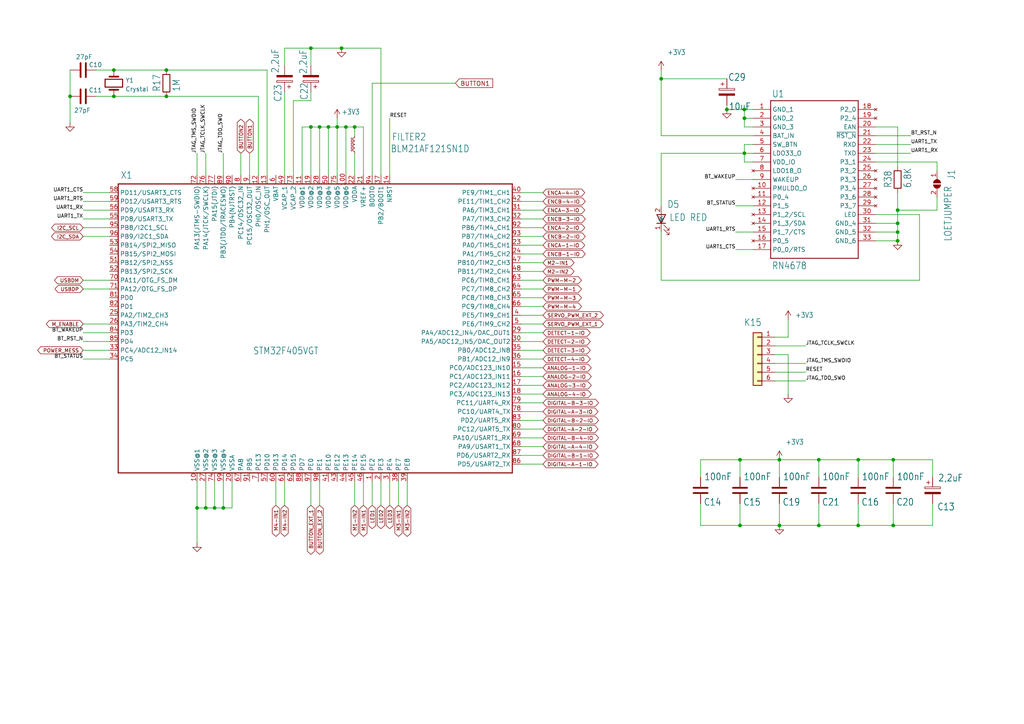
<source format=kicad_sch>
(kicad_sch (version 20211123) (generator eeschema)
  (paper "A4")
  (title_block (title "Open Robotic Board (ORB)") (date "2023-11-10") (rev "01.00-99") (company "Thomas Breuer (Hochschule Bonn-Rhein-Sieg)"))
  (lib_symbols
    (symbol "C_Polarized_1" (pin_numbers hide) (pin_names (offset 0.254))
      (property "Reference" "C" (at 0.635 2.54 0))
      (property "Value" "C_Polarized_1" (at 0.635 -2.54 0))
      (symbol "C_Polarized_1_0_1"
        (rectangle (start -2.286 0.508) (end 2.286 1.016))
        (polyline (pts (xy -1.778 2.286) (xy -0.762 2.286)))
        (polyline (pts (xy -1.27 2.794) (xy -1.27 1.778)))
        (rectangle (start 2.286 -0.508) (end -2.286 -1.016) (fill (type outline)))
      )
      (symbol "C_Polarized_1_1_1"
        (pin passive line (at 0 3.81 270) (length 2.794) (name "~") (number "1"))
        (pin passive line (at 0 -3.81 90) (length 2.794) (name "~") (number "2"))
      )
    )
    (symbol "Connector_Generic:Conn_01x06" (pin_names (offset 1.016) hide)
      (property "Reference" "J" (at 0 7.62 0))
      (property "Value" "Conn_01x06" (at 0 -10.16 0))
      (symbol "Conn_01x06_1_1"
        (rectangle (start -1.27 -7.493) (end 0 -7.747) (stroke (width 0.1524)))
        (rectangle (start -1.27 -4.953) (end 0 -5.207) (stroke (width 0.1524)))
        (rectangle (start -1.27 -2.413) (end 0 -2.667) (stroke (width 0.1524)))
        (rectangle (start -1.27 0.127) (end 0 -0.127) (stroke (width 0.1524)))
        (rectangle (start -1.27 2.667) (end 0 2.413) (stroke (width 0.1524)))
        (rectangle (start -1.27 5.207) (end 0 4.953) (stroke (width 0.1524)))
        (rectangle (start -1.27 6.35) (end 1.27 -8.89) (stroke (width 0.254)) (fill (type background)))
        (pin passive line (at -5.08 5.08 0) (length 3.81) (name "Pin_1") (number "1"))
        (pin passive line (at -5.08 2.54 0) (length 3.81) (name "Pin_2") (number "2"))
        (pin passive line (at -5.08 0 0) (length 3.81) (name "Pin_3") (number "3"))
        (pin passive line (at -5.08 -2.54 0) (length 3.81) (name "Pin_4") (number "4"))
        (pin passive line (at -5.08 -5.08 0) (length 3.81) (name "Pin_5") (number "5"))
        (pin passive line (at -5.08 -7.62 0) (length 3.81) (name "Pin_6") (number "6"))
      )
    )
    (symbol "Device:C" (pin_numbers hide) (pin_names (offset 0.254))
      (property "Reference" "C" (at 0.635 2.54 0))
      (property "Value" "C" (at 0.635 -2.54 0))
      (symbol "C_0_1"
        (polyline (pts (xy -2.032 -0.762) (xy 2.032 -0.762)) (stroke (width 0.508)))
        (polyline (pts (xy -2.032 0.762) (xy 2.032 0.762)) (stroke (width 0.508)))
      )
      (symbol "C_1_1"
        (pin passive line (at 0 3.81 270) (length 2.794) (name "~") (number "1"))
        (pin passive line (at 0 -3.81 90) (length 2.794) (name "~") (number "2"))
      )
    )
    (symbol "Device:C_Polarized" (pin_numbers hide) (pin_names (offset 0.254))
      (property "Reference" "C" (at 0.635 2.54 0))
      (property "Value" "C_Polarized" (at 0.635 -2.54 0))
      (symbol "C_Polarized_0_1"
        (rectangle (start -2.286 0.508) (end 2.286 1.016))
        (polyline (pts (xy -1.778 2.286) (xy -0.762 2.286)))
        (polyline (pts (xy -1.27 2.794) (xy -1.27 1.778)))
        (rectangle (start 2.286 -0.508) (end -2.286 -1.016) (fill (type outline)))
      )
      (symbol "C_Polarized_1_1"
        (pin passive line (at 0 3.81 270) (length 2.794) (name "~") (number "1"))
        (pin passive line (at 0 -3.81 90) (length 2.794) (name "~") (number "2"))
      )
    )
    (symbol "Device:Crystal" (pin_numbers hide) (pin_names (offset 1.016) hide)
      (property "Reference" "Y" (at 0 3.81 0))
      (property "Value" "Crystal" (at 0 -3.81 0))
      (symbol "Crystal_0_1"
        (rectangle (start -1.143 2.54) (end 1.143 -2.54) (stroke (width 0.3048)))
        (polyline (pts (xy -2.54 0) (xy -1.905 0)))
        (polyline (pts (xy -1.905 -1.27) (xy -1.905 1.27)) (stroke (width 0.508)))
        (polyline (pts (xy 1.905 -1.27) (xy 1.905 1.27)) (stroke (width 0.508)))
        (polyline (pts (xy 2.54 0) (xy 1.905 0)))
      )
      (symbol "Crystal_1_1"
        (pin passive line (at -3.81 0 0) (length 1.27) (name "1") (number "1"))
        (pin passive line (at 3.81 0 180) (length 1.27) (name "2") (number "2"))
      )
    )
    (symbol "Device:LED" (pin_names (offset 1.016))
      (property "Reference" "D" (at 0 2.54 0))
      (property "Value" "LED" (at 0 -2.54 0))
      (symbol "LED_0_1"
        (polyline (pts (xy -1.27 -1.27) (xy -1.27 1.27)) (stroke (width 0.254)))
        (polyline (pts (xy -1.27 0) (xy 1.27 0)))
        (polyline (pts (xy 1.27 -1.27) (xy 1.27 1.27) (xy -1.27 0) (xy 1.27 -1.27)) (stroke (width 0.254)))
        (polyline (pts (xy -3.048 -0.762) (xy -4.572 -2.286) (xy -3.81 -2.286) (xy -4.572 -2.286) (xy -4.572 -1.524)))
        (polyline (pts (xy -1.778 -0.762) (xy -3.302 -2.286) (xy -2.54 -2.286) (xy -3.302 -2.286) (xy -3.302 -1.524)))
      )
      (symbol "LED_1_1"
        (pin passive line (at -3.81 0 0) (length 2.54) (name "K") (number "1"))
        (pin passive line (at 3.81 0 180) (length 2.54) (name "A") (number "2"))
      )
    )
    (symbol "Device:L_Ferrite_Small" (pin_numbers hide) (pin_names (offset 0.254) hide)
      (property "Reference" "L" (at 1.27 1.016 0))
      (property "Value" "L_Ferrite_Small" (at 1.27 -1.27 0))
      (symbol "L_Ferrite_Small_0_1"
        (arc (start 0 -2.032) (mid 0.508 -1.524) (end 0 -1.016))
        (arc (start 0 -1.016) (mid 0.508 -0.508) (end 0 0))
        (polyline (pts (xy 0.762 -1.905) (xy 0.762 -1.651)))
        (polyline (pts (xy 0.762 -1.397) (xy 0.762 -1.143)))
        (polyline (pts (xy 0.762 -0.889) (xy 0.762 -0.635)))
        (polyline (pts (xy 0.762 -0.381) (xy 0.762 -0.127)))
        (polyline (pts (xy 0.762 0.127) (xy 0.762 0.381)))
        (polyline (pts (xy 0.762 0.635) (xy 0.762 0.889)))
        (polyline (pts (xy 0.762 1.143) (xy 0.762 1.397)))
        (polyline (pts (xy 0.762 1.651) (xy 0.762 1.905)))
        (polyline (pts (xy 1.016 -1.651) (xy 1.016 -1.905)))
        (polyline (pts (xy 1.016 -1.143) (xy 1.016 -1.397)))
        (polyline (pts (xy 1.016 -0.635) (xy 1.016 -0.889)))
        (polyline (pts (xy 1.016 -0.127) (xy 1.016 -0.381)))
        (polyline (pts (xy 1.016 0.381) (xy 1.016 0.127)))
        (polyline (pts (xy 1.016 0.889) (xy 1.016 0.635)))
        (polyline (pts (xy 1.016 1.397) (xy 1.016 1.143)))
        (polyline (pts (xy 1.016 1.905) (xy 1.016 1.651)))
        (arc (start 0 0) (mid 0.508 0.508) (end 0 1.016))
        (arc (start 0 1.016) (mid 0.508 1.524) (end 0 2.032))
      )
      (symbol "L_Ferrite_Small_1_1"
        (pin passive line (at 0 2.54 270) (length 0.508) (name "~") (number "1"))
        (pin passive line (at 0 -2.54 90) (length 0.508) (name "~") (number "2"))
      )
    )
    (symbol "Device:R" (pin_numbers hide) (pin_names (offset 0))
      (property "Reference" "R" (at 2.032 0 90))
      (property "Value" "R" (at 0 0 90))
      (symbol "R_0_1"
        (rectangle (start -1.016 -2.54) (end 1.016 2.54) (stroke (width 0.254)))
      )
      (symbol "R_1_1"
        (pin passive line (at 0 3.81 270) (length 1.27) (name "~") (number "1"))
        (pin passive line (at 0 -3.81 90) (length 1.27) (name "~") (number "2"))
      )
    )
    (symbol "Jumper:SolderJumper_2_Open" (pin_names (offset 0) hide)
      (property "Reference" "JP" (at 0 2.032 0))
      (property "Value" "SolderJumper_2_Open" (at 0 -2.54 0))
      (symbol "SolderJumper_2_Open_0_1"
        (arc (start -0.254 1.016) (mid -1.27 0) (end -0.254 -1.016))
        (arc (start -0.254 1.016) (mid -1.27 0) (end -0.254 -1.016) (fill (type outline)))
        (polyline (pts (xy -0.254 1.016) (xy -0.254 -1.016)))
        (polyline (pts (xy 0.254 1.016) (xy 0.254 -1.016)))
        (arc (start 0.254 -1.016) (mid 1.27 0) (end 0.254 1.016))
        (arc (start 0.254 -1.016) (mid 1.27 0) (end 0.254 1.016) (fill (type outline)))
      )
      (symbol "SolderJumper_2_Open_1_1"
        (pin passive line (at -3.81 0 0) (length 2.54) (name "A") (number "1"))
        (pin passive line (at 3.81 0 180) (length 2.54) (name "B") (number "2"))
      )
    )
    (symbol "ORB:RN4678-V"
      (property "Reference" "U" (at 5.3975 3.445 0))
      (property "Value" "RN4678-V" (at 5.3975 -46.4025 0))
      (symbol "RN4678-V_1_0"
        (polyline (pts (xy 5.08 -43.18) (xy 5.08 2.54)) (stroke (width 0.254)))
        (polyline (pts (xy 5.08 2.54) (xy 30.48 2.54)) (stroke (width 0.254)))
        (polyline (pts (xy 30.48 -43.18) (xy 5.08 -43.18)) (stroke (width 0.254)))
        (polyline (pts (xy 30.48 2.54) (xy 30.48 -43.18)) (stroke (width 0.254)))
        (pin passive line (at 0 0 0) (length 5.08) (name "GND_1") (number "1"))
        (pin no_connect line (at 0 -22.86 0) (length 5.08) (name "PMULDO_O") (number "10"))
        (pin no_connect line (at 0 -25.4 0) (length 5.08) (name "P0_4") (number "11"))
        (pin passive line (at 0 -27.94 0) (length 5.08) (name "P1_5") (number "12"))
        (pin no_connect line (at 0 -30.48 0) (length 5.08) (name "P1_2/SCL") (number "13"))
        (pin no_connect line (at 0 -33.02 0) (length 5.08) (name "P1_3/SDA") (number "14"))
        (pin passive line (at 0 -35.56 0) (length 5.08) (name "P1_7/CTS") (number "15"))
        (pin no_connect line (at 0 -38.1 0) (length 5.08) (name "P0_5") (number "16"))
        (pin passive line (at 0 -40.64 0) (length 5.08) (name "P0_0/RTS") (number "17"))
        (pin no_connect line (at 35.56 0 180) (length 5.08) (name "P2_0") (number "18"))
        (pin no_connect line (at 35.56 -2.54 180) (length 5.08) (name "P2_4") (number "19"))
        (pin passive line (at 0 -2.54 0) (length 5.08) (name "GND_2") (number "2"))
        (pin passive line (at 35.56 -5.08 180) (length 5.08) (name "EAN") (number "20"))
        (pin passive line (at 35.56 -7.62 180) (length 5.08) (name "~{RST_N}") (number "21"))
        (pin passive line (at 35.56 -10.16 180) (length 5.08) (name "RXD") (number "22"))
        (pin passive line (at 35.56 -12.7 180) (length 5.08) (name "TXD") (number "23"))
        (pin passive line (at 35.56 -15.24 180) (length 5.08) (name "P3_1") (number "24"))
        (pin no_connect line (at 35.56 -17.78 180) (length 5.08) (name "P3_2") (number "25"))
        (pin no_connect line (at 35.56 -20.32 180) (length 5.08) (name "P3_3") (number "26"))
        (pin no_connect line (at 35.56 -22.86 180) (length 5.08) (name "P3_4") (number "27"))
        (pin no_connect line (at 35.56 -25.4 180) (length 5.08) (name "P3_6") (number "28"))
        (pin no_connect line (at 35.56 -27.94 180) (length 5.08) (name "P3_7") (number "29"))
        (pin passive line (at 0 -5.08 0) (length 5.08) (name "GND_3") (number "3"))
        (pin passive line (at 35.56 -30.48 180) (length 5.08) (name "LED") (number "30"))
        (pin passive line (at 35.56 -33.02 180) (length 5.08) (name "GND_4") (number "31"))
        (pin passive line (at 35.56 -35.56 180) (length 5.08) (name "GND_5") (number "32"))
        (pin passive line (at 35.56 -38.1 180) (length 5.08) (name "GND_6") (number "33"))
        (pin passive line (at 0 -7.62 0) (length 5.08) (name "BAT_IN") (number "4"))
        (pin passive line (at 0 -10.16 0) (length 5.08) (name "SW_BTN") (number "5"))
        (pin passive line (at 0 -12.7 0) (length 5.08) (name "LDO33_O") (number "6"))
        (pin passive line (at 0 -15.24 0) (length 5.08) (name "VDD_IO") (number "7"))
        (pin no_connect line (at 0 -17.78 0) (length 5.08) (name "LDO18_O") (number "8"))
        (pin passive line (at 0 -20.32 0) (length 5.08) (name "WAKEUP") (number "9"))
      )
    )
    (symbol "ORB:STM32F405VG_(LQFP100)"
      (property "Reference" "X" (at -52.705 43.3625 0))
      (property "Value" "STM32F405VG_(LQFP100)" (at -14.2875 -7.58 0))
      (symbol "STM32F405VG_(LQFP100)_1_0"
        (polyline (pts (xy -53.34 -41.91) (xy -53.34 41.91)) (stroke (width 0.3)))
        (polyline (pts (xy -53.34 41.91) (xy 60.96 41.91)) (stroke (width 0.3)))
        (polyline (pts (xy 60.96 -41.91) (xy -53.34 -41.91)) (stroke (width 0.3)))
        (polyline (pts (xy 60.96 41.91) (xy 60.96 -41.91)) (stroke (width 0.3)))
        (pin passive line (at 20.32 -44.45 90) (length 2.54) (name "PE2") (number "1"))
        (pin passive line (at -30.48 -44.45 90) (length 2.54) (name "VSS@1") (number "10"))
        (pin passive line (at 12.7 44.45 270) (length 2.54) (name "VDD@6") (number "100"))
        (pin passive line (at 0 44.45 270) (length 2.54) (name "VDD@1") (number "11"))
        (pin passive line (at -12.7 44.45 270) (length 2.54) (name "PH0/OSC_IN") (number "12"))
        (pin passive line (at -10.16 44.45 270) (length 2.54) (name "PH1/OSC_OUT") (number "13"))
        (pin passive line (at 25.4 44.45 270) (length 2.54) (name "NRST") (number "14"))
        (pin passive line (at 63.5 -11.43 180) (length 2.54) (name "PC0/ADC123_IN10") (number "15"))
        (pin passive line (at 63.5 -13.97 180) (length 2.54) (name "PC1/ADC123_IN11") (number "16"))
        (pin passive line (at 63.5 -16.51 180) (length 2.54) (name "PC2/ADC123_IN12") (number "17"))
        (pin passive line (at 63.5 -19.05 180) (length 2.54) (name "PC3/ADC123_IN13") (number "18"))
        (pin passive line (at 2.54 44.45 270) (length 2.54) (name "VDD@2") (number "19"))
        (pin passive line (at 22.86 -44.45 90) (length 2.54) (name "PE3") (number "2"))
        (pin passive line (at -20.32 -44.45 90) (length 2.54) (name "VSSA") (number "20"))
        (pin passive line (at 17.78 44.45 270) (length 2.54) (name "VREF+") (number "21"))
        (pin passive line (at 15.24 44.45 270) (length 2.54) (name "VDDA") (number "22"))
        (pin passive line (at 63.5 24.13 180) (length 2.54) (name "PA0/TIM5_CH1") (number "23"))
        (pin passive line (at 63.5 21.59 180) (length 2.54) (name "PA1/TIM5_CH2") (number "24"))
        (pin passive line (at -55.88 3.81 0) (length 2.54) (name "PA2/TIM2_CH3") (number "25"))
        (pin passive line (at -55.88 1.27 0) (length 2.54) (name "PA3/TIM2_CH4") (number "26"))
        (pin passive line (at -27.94 -44.45 90) (length 2.54) (name "VSS@2") (number "27"))
        (pin passive line (at 5.08 44.45 270) (length 2.54) (name "VDD@3") (number "28"))
        (pin passive line (at 63.5 -1.27 180) (length 2.54) (name "PA4/ADC12_IN4/DAC_OUT1") (number "29"))
        (pin passive line (at 25.4 -44.45 90) (length 2.54) (name "PE4") (number "3"))
        (pin passive line (at 63.5 -3.81 180) (length 2.54) (name "PA5/ADC12_IN5/DAC_OUT2") (number "30"))
        (pin passive line (at 63.5 34.29 180) (length 2.54) (name "PA6/TIM3_CH1") (number "31"))
        (pin passive line (at 63.5 31.75 180) (length 2.54) (name "PA7/TIM3_CH2") (number "32"))
        (pin passive line (at -55.88 -6.35 0) (length 2.54) (name "PC4/ADC12_IN14") (number "33"))
        (pin passive line (at -55.88 -8.89 0) (length 2.54) (name "PC5") (number "34"))
        (pin passive line (at 63.5 -6.35 180) (length 2.54) (name "PB0/ADC12_IN8") (number "35"))
        (pin passive line (at 63.5 -8.89 180) (length 2.54) (name "PB1/ADC12_IN9") (number "36"))
        (pin passive line (at 22.86 44.45 270) (length 2.54) (name "PB2/BOOT1") (number "37"))
        (pin passive line (at 27.94 -44.45 90) (length 2.54) (name "PE7") (number "38"))
        (pin passive line (at 30.48 -44.45 90) (length 2.54) (name "PE8") (number "39"))
        (pin passive line (at 63.5 3.81 180) (length 2.54) (name "PE5/TIM9_CH1") (number "4"))
        (pin passive line (at 63.5 39.37 180) (length 2.54) (name "PE9/TIM1_CH1") (number "40"))
        (pin passive line (at 7.62 -44.45 90) (length 2.54) (name "PE10") (number "41"))
        (pin passive line (at 63.5 36.83 180) (length 2.54) (name "PE11/TIM1_CH2") (number "42"))
        (pin passive line (at 10.16 -44.45 90) (length 2.54) (name "PE12") (number "43"))
        (pin passive line (at 12.7 -44.45 90) (length 2.54) (name "PE13") (number "44"))
        (pin passive line (at 15.24 -44.45 90) (length 2.54) (name "PE14") (number "45"))
        (pin passive line (at 17.78 -44.45 90) (length 2.54) (name "PE15") (number "46"))
        (pin passive line (at 63.5 19.05 180) (length 2.54) (name "PB10/TIM2_CH3") (number "47"))
        (pin passive line (at 63.5 16.51 180) (length 2.54) (name "PB11/TIM2_CH4") (number "48"))
        (pin passive line (at -5.08 44.45 270) (length 2.54) (name "VCAP_1") (number "49"))
        (pin passive line (at 63.5 1.27 180) (length 2.54) (name "PE6/TIM9_CH2") (number "5"))
        (pin passive line (at 7.62 44.45 270) (length 2.54) (name "VDD@4") (number "50"))
        (pin passive line (at -55.88 19.05 0) (length 2.54) (name "PB12/SPI2_NSS") (number "51"))
        (pin passive line (at -55.88 16.51 0) (length 2.54) (name "PB13/SPI2_SCK") (number "52"))
        (pin passive line (at -55.88 24.13 0) (length 2.54) (name "PB14/SPI2_MISO") (number "53"))
        (pin passive line (at -55.88 21.59 0) (length 2.54) (name "PB15/SPI2_MOSI") (number "54"))
        (pin passive line (at -55.88 31.75 0) (length 2.54) (name "PD8/USART3_TX") (number "55"))
        (pin passive line (at -55.88 34.29 0) (length 2.54) (name "PD9/USART3_RX") (number "56"))
        (pin passive line (at -10.16 -44.45 90) (length 2.54) (name "PD10") (number "57"))
        (pin passive line (at -55.88 39.37 0) (length 2.54) (name "PD11/USART3_CTS") (number "58"))
        (pin passive line (at -55.88 36.83 0) (length 2.54) (name "PD12/USART3_RTS") (number "59"))
        (pin passive line (at -7.62 44.45 270) (length 2.54) (name "VBAT") (number "6"))
        (pin passive line (at -7.62 -44.45 90) (length 2.54) (name "PD13") (number "60"))
        (pin passive line (at -5.08 -44.45 90) (length 2.54) (name "PD14") (number "61"))
        (pin passive line (at -2.54 -44.45 90) (length 2.54) (name "PD15") (number "62"))
        (pin passive line (at 63.5 13.97 180) (length 2.54) (name "PC6/TIM8_CH1") (number "63"))
        (pin passive line (at 63.5 11.43 180) (length 2.54) (name "PC7/TIM8_CH2") (number "64"))
        (pin passive line (at 63.5 8.89 180) (length 2.54) (name "PC8/TIM8_CH3") (number "65"))
        (pin passive line (at 63.5 6.35 180) (length 2.54) (name "PC9/TIM8_CH4") (number "66"))
        (pin passive line (at -17.78 -44.45 90) (length 2.54) (name "PA8") (number "67"))
        (pin passive line (at 63.5 -34.29 180) (length 2.54) (name "PA9/USART1_TX") (number "68"))
        (pin passive line (at 63.5 -31.75 180) (length 2.54) (name "PA10/USART1_RX") (number "69"))
        (pin passive line (at -12.7 -44.45 90) (length 2.54) (name "PC13") (number "7"))
        (pin passive line (at -55.88 13.97 0) (length 2.54) (name "PA11/OTG_FS_DM") (number "70"))
        (pin passive line (at -55.88 11.43 0) (length 2.54) (name "PA12/OTG_FS_DP") (number "71"))
        (pin passive line (at -30.48 44.45 270) (length 2.54) (name "PA13(JTMS-SWDIO)") (number "72"))
        (pin passive line (at -2.54 44.45 270) (length 2.54) (name "VCAP_2") (number "73"))
        (pin passive line (at -25.4 -44.45 90) (length 2.54) (name "VSS@3") (number "74"))
        (pin passive line (at 10.16 44.45 270) (length 2.54) (name "VDD@5") (number "75"))
        (pin passive line (at -27.94 44.45 270) (length 2.54) (name "PA14(JTCK/SWCLK)") (number "76"))
        (pin passive line (at -25.4 44.45 270) (length 2.54) (name "PA15(JTDI)") (number "77"))
        (pin passive line (at 63.5 -24.13 180) (length 2.54) (name "PC10/UART4_TX") (number "78"))
        (pin passive line (at 63.5 -21.59 180) (length 2.54) (name "PC11/UART4_RX") (number "79"))
        (pin passive line (at -17.78 44.45 270) (length 2.54) (name "PC14/OSC32_IN") (number "8"))
        (pin passive line (at 63.5 -29.21 180) (length 2.54) (name "PC12/UART5_TX") (number "80"))
        (pin passive line (at -55.88 8.89 0) (length 2.54) (name "PD0") (number "81"))
        (pin passive line (at -55.88 6.35 0) (length 2.54) (name "PD1") (number "82"))
        (pin passive line (at 63.5 -26.67 180) (length 2.54) (name "PD2/UART5_RX") (number "83"))
        (pin passive line (at -55.88 -1.27 0) (length 2.54) (name "PD3") (number "84"))
        (pin passive line (at -55.88 -3.81 0) (length 2.54) (name "PD4") (number "85"))
        (pin passive line (at 63.5 -39.37 180) (length 2.54) (name "PD5/USART2_TX") (number "86"))
        (pin passive line (at 63.5 -36.83 180) (length 2.54) (name "PD6/USART2_RX") (number "87"))
        (pin passive line (at 0 -44.45 90) (length 2.54) (name "PD7") (number "88"))
        (pin passive line (at -22.86 44.45 270) (length 2.54) (name "PB3(JTDO/TRACESWO)") (number "89"))
        (pin passive line (at -15.24 44.45 270) (length 2.54) (name "PC15/OSC32_OUT") (number "9"))
        (pin passive line (at -20.32 44.45 270) (length 2.54) (name "PB4(NJTRST)") (number "90"))
        (pin passive line (at -15.24 -44.45 90) (length 2.54) (name "PB5") (number "91"))
        (pin passive line (at 63.5 29.21 180) (length 2.54) (name "PB6/TIM4_CH1") (number "92"))
        (pin passive line (at 63.5 26.67 180) (length 2.54) (name "PB7/TIM4_CH2") (number "93"))
        (pin passive line (at 20.32 44.45 270) (length 2.54) (name "BOOT0") (number "94"))
        (pin passive line (at -55.88 29.21 0) (length 2.54) (name "PB8/I2C1_SCL") (number "95"))
        (pin passive line (at -55.88 26.67 0) (length 2.54) (name "PB9/I2C1_SDA") (number "96"))
        (pin passive line (at 2.54 -44.45 90) (length 2.54) (name "PE0") (number "97"))
        (pin passive line (at 5.08 -44.45 90) (length 2.54) (name "PE1") (number "98"))
        (pin passive line (at -22.86 -44.45 90) (length 2.54) (name "VSS@4") (number "99"))
      )
    )
    (symbol "power:+3.3V" (power) (pin_names (offset 0))
      (property "Value" "+3.3V" (at 0 3.556 0))
      (symbol "+3.3V_0_1"
        (polyline (pts (xy -0.762 1.27) (xy 0 2.54)))
        (polyline (pts (xy 0 0) (xy 0 2.54)))
        (polyline (pts (xy 0 2.54) (xy 0.762 1.27)))
      )
      (symbol "+3.3V_1_1"
        (pin power_in line (at 0 0 90) (length 0) hide (name "+3V3") (number "1"))
      )
    )
    (symbol "power:GND" (power) (pin_names (offset 0))
      (property "Value" "GND" (at 0 -3.81 0))
      (symbol "GND_0_1"
        (polyline (pts (xy 0 0) (xy 0 -1.27) (xy 1.27 -1.27) (xy 0 -2.54) (xy -1.27 -1.27) (xy 0 -1.27)))
      )
      (symbol "GND_1_1"
        (pin power_in line (at 0 0 270) (length 0) hide (name "GND") (number "1"))
      )
    )
  )
  (junction (at 191.77 22.86))
  (junction (at 33.02 27.94))
  (junction (at 64.77 147.32))
  (junction (at 48.26 27.94))
  (junction (at 48.26 20.32))
  (junction (at 259.08 152.4))
  (junction (at 215.9 31.75))
  (junction (at 215.9 44.45))
  (junction (at 260.35 67.31))
  (junction (at 33.02 20.32))
  (junction (at 226.06 152.4))
  (junction (at 99.06 13.97))
  (junction (at 57.15 147.32))
  (junction (at 20.32 27.94))
  (junction (at 248.92 152.4))
  (junction (at 100.33 36.83))
  (junction (at 237.49 133.35))
  (junction (at 97.79 36.83))
  (junction (at 214.63 152.4))
  (junction (at 260.35 60.96))
  (junction (at 90.17 36.83))
  (junction (at 226.06 133.35))
  (junction (at 59.69 147.32))
  (junction (at 92.71 36.83))
  (junction (at 260.35 69.85))
  (junction (at 210.82 31.75))
  (junction (at 260.35 64.77))
  (junction (at 90.17 13.97))
  (junction (at 214.63 133.35))
  (junction (at 95.25 36.83))
  (junction (at 215.9 34.29))
  (junction (at 237.49 152.4))
  (junction (at 259.08 133.35))
  (junction (at 102.87 36.83))
  (junction (at 62.23 147.32))
  (junction (at 248.92 133.35))
  (wire (pts (xy 107.95 24.13) (xy 132.08 24.13)))
  (wire (pts (xy 90.17 36.83) (xy 92.71 36.83)))
  (wire (pts (xy 271.78 57.15) (xy 271.78 60.96)))
  (wire (pts (xy 92.71 50.8) (xy 92.71 36.83)))
  (wire (pts (xy 213.36 52.07) (xy 218.44 52.07)))
  (wire (pts (xy 90.17 13.97) (xy 82.55 13.97)))
  (wire (pts (xy 264.16 39.37) (xy 254 39.37)))
  (wire (pts (xy 260.35 69.85) (xy 260.35 67.31)))
  (wire (pts (xy 271.78 46.99) (xy 271.78 49.53)))
  (wire (pts (xy 157.48 88.9) (xy 151.13 88.9)))
  (wire (pts (xy 157.48 93.98) (xy 151.13 93.98)))
  (wire (pts (xy 62.23 147.32) (xy 62.23 139.7)))
  (wire (pts (xy 97.79 34.29) (xy 97.79 36.83)))
  (wire (pts (xy 74.93 27.94) (xy 74.93 50.8)))
  (wire (pts (xy 214.63 152.4) (xy 226.06 152.4)))
  (wire (pts (xy 72.39 44.45) (xy 72.39 50.8)))
  (wire (pts (xy 24.13 58.42) (xy 31.75 58.42)))
  (wire (pts (xy 113.03 139.7) (xy 113.03 146.558)))
  (wire (pts (xy 77.47 20.32) (xy 77.47 50.8)))
  (wire (pts (xy 24.13 63.5) (xy 31.75 63.5)))
  (wire (pts (xy 215.9 46.99) (xy 218.44 46.99)))
  (wire (pts (xy 110.49 146.558) (xy 110.49 139.7)))
  (wire (pts (xy 24.13 55.88) (xy 31.75 55.88)))
  (wire (pts (xy 102.87 139.7) (xy 102.87 146.558)))
  (wire (pts (xy 80.01 146.558) (xy 80.01 139.7)))
  (wire (pts (xy 237.49 138.43) (xy 237.49 133.35)))
  (wire (pts (xy 157.48 114.3) (xy 151.13 114.3)))
  (wire (pts (xy 157.48 119.38) (xy 151.13 119.38)))
  (wire (pts (xy 24.13 96.52) (xy 31.75 96.52)))
  (wire (pts (xy 67.31 147.32) (xy 64.77 147.32)))
  (wire (pts (xy 157.48 121.92) (xy 151.13 121.92)))
  (wire (pts (xy 82.55 146.558) (xy 82.55 139.7)))
  (wire (pts (xy 97.79 36.83) (xy 97.79 50.8)))
  (wire (pts (xy 259.08 146.05) (xy 259.08 152.4)))
  (wire (pts (xy 260.35 67.31) (xy 260.35 64.77)))
  (wire (pts (xy 100.33 50.8) (xy 100.33 36.83)))
  (wire (pts (xy 271.78 60.96) (xy 260.35 60.96)))
  (wire (pts (xy 157.48 99.06) (xy 151.13 99.06)))
  (wire (pts (xy 270.51 146.05) (xy 270.51 152.4)))
  (wire (pts (xy 260.35 67.31) (xy 254 67.31)))
  (wire (pts (xy 57.15 50.8) (xy 57.15 44.45)))
  (wire (pts (xy 33.02 27.94) (xy 48.26 27.94)))
  (wire (pts (xy 215.9 34.29) (xy 215.9 31.75)))
  (wire (pts (xy 215.9 41.91) (xy 215.9 44.45)))
  (wire (pts (xy 228.6 114.3) (xy 228.6 102.87)))
  (wire (pts (xy 67.31 139.7) (xy 67.31 147.32)))
  (wire (pts (xy 215.9 36.83) (xy 215.9 34.29)))
  (wire (pts (xy 90.17 29.21) (xy 85.09 29.21)))
  (wire (pts (xy 266.7 81.28) (xy 191.77 81.28)))
  (wire (pts (xy 218.44 36.83) (xy 215.9 36.83)))
  (wire (pts (xy 226.06 152.4) (xy 226.06 146.05)))
  (wire (pts (xy 228.6 97.79) (xy 224.79 97.79)))
  (wire (pts (xy 90.17 29.21) (xy 90.17 26.67)))
  (wire (pts (xy 102.87 39.37) (xy 102.87 36.83)))
  (wire (pts (xy 59.69 44.45) (xy 59.69 50.8)))
  (wire (pts (xy 260.35 60.96) (xy 260.35 64.77)))
  (wire (pts (xy 69.85 44.45) (xy 69.85 50.8)))
  (wire (pts (xy 151.13 134.62) (xy 157.48 134.62)))
  (wire (pts (xy 105.41 50.8) (xy 105.41 36.83)))
  (wire (pts (xy 248.92 146.05) (xy 248.92 152.4)))
  (wire (pts (xy 113.03 34.29) (xy 113.03 50.8)))
  (wire (pts (xy 95.25 36.83) (xy 95.25 50.8)))
  (wire (pts (xy 157.48 78.74) (xy 151.13 78.74)))
  (wire (pts (xy 203.2 152.4) (xy 203.2 146.05)))
  (wire (pts (xy 203.2 138.43) (xy 203.2 133.35)))
  (wire (pts (xy 24.13 60.96) (xy 31.75 60.96)))
  (wire (pts (xy 157.48 63.5) (xy 151.13 63.5)))
  (wire (pts (xy 100.33 36.83) (xy 97.79 36.83)))
  (wire (pts (xy 57.15 147.32) (xy 59.69 147.32)))
  (wire (pts (xy 92.71 36.83) (xy 95.25 36.83)))
  (wire (pts (xy 24.13 83.82) (xy 31.75 83.82)))
  (wire (pts (xy 48.26 20.32) (xy 77.47 20.32)))
  (wire (pts (xy 24.13 93.98) (xy 31.75 93.98)))
  (wire (pts (xy 218.44 41.91) (xy 215.9 41.91)))
  (wire (pts (xy 254 44.45) (xy 264.16 44.45)))
  (wire (pts (xy 105.41 36.83) (xy 102.87 36.83)))
  (wire (pts (xy 191.77 22.86) (xy 210.82 22.86)))
  (wire (pts (xy 157.48 83.82) (xy 151.13 83.82)))
  (wire (pts (xy 260.35 64.77) (xy 254 64.77)))
  (wire (pts (xy 254 36.83) (xy 260.35 36.83)))
  (wire (pts (xy 157.48 116.84) (xy 151.13 116.84)))
  (wire (pts (xy 151.13 124.46) (xy 157.48 124.46)))
  (wire (pts (xy 57.15 157.48) (xy 57.15 147.32)))
  (wire (pts (xy 213.36 59.69) (xy 218.44 59.69)))
  (wire (pts (xy 115.57 146.558) (xy 115.57 139.7)))
  (wire (pts (xy 213.36 72.39) (xy 218.44 72.39)))
  (wire (pts (xy 151.13 66.04) (xy 157.48 66.04)))
  (wire (pts (xy 259.08 133.35) (xy 259.08 138.43)))
  (wire (pts (xy 157.48 109.22) (xy 151.13 109.22)))
  (wire (pts (xy 214.63 146.05) (xy 214.63 152.4)))
  (wire (pts (xy 90.17 13.97) (xy 99.06 13.97)))
  (wire (pts (xy 59.69 147.32) (xy 62.23 147.32)))
  (wire (pts (xy 151.13 86.36) (xy 157.48 86.36)))
  (wire (pts (xy 118.11 146.558) (xy 118.11 139.7)))
  (wire (pts (xy 228.6 102.87) (xy 224.79 102.87)))
  (wire (pts (xy 157.48 111.76) (xy 151.13 111.76)))
  (wire (pts (xy 151.13 106.68) (xy 157.48 106.68)))
  (wire (pts (xy 62.23 147.32) (xy 64.77 147.32)))
  (wire (pts (xy 57.15 147.32) (xy 57.15 139.7)))
  (wire (pts (xy 107.95 146.558) (xy 107.95 139.7)))
  (wire (pts (xy 151.13 101.6) (xy 157.48 101.6)))
  (wire (pts (xy 259.08 133.35) (xy 270.51 133.35)))
  (wire (pts (xy 270.51 152.4) (xy 259.08 152.4)))
  (wire (pts (xy 102.87 36.83) (xy 100.33 36.83)))
  (wire (pts (xy 213.36 67.31) (xy 218.44 67.31)))
  (wire (pts (xy 92.71 146.558) (xy 92.71 139.7)))
  (wire (pts (xy 90.17 19.05) (xy 90.17 13.97)))
  (wire (pts (xy 64.77 44.45) (xy 64.77 50.8)))
  (wire (pts (xy 110.49 13.97) (xy 99.06 13.97)))
  (wire (pts (xy 48.26 27.94) (xy 74.93 27.94)))
  (wire (pts (xy 24.13 81.28) (xy 31.75 81.28)))
  (wire (pts (xy 260.35 55.88) (xy 260.35 60.96)))
  (wire (pts (xy 110.49 13.97) (xy 110.49 50.8)))
  (wire (pts (xy 248.92 133.35) (xy 259.08 133.35)))
  (wire (pts (xy 191.77 67.31) (xy 191.77 81.28)))
  (wire (pts (xy 157.48 104.14) (xy 151.13 104.14)))
  (wire (pts (xy 260.35 36.83) (xy 260.35 48.26)))
  (wire (pts (xy 191.77 39.37) (xy 218.44 39.37)))
  (wire (pts (xy 157.48 55.88) (xy 151.13 55.88)))
  (wire (pts (xy 64.77 147.32) (xy 64.77 139.7)))
  (wire (pts (xy 105.41 139.7) (xy 105.41 146.558)))
  (wire (pts (xy 151.13 68.58) (xy 157.48 68.58)))
  (wire (pts (xy 270.51 133.35) (xy 270.51 138.43)))
  (wire (pts (xy 27.94 20.32) (xy 33.02 20.32)))
  (wire (pts (xy 85.09 29.21) (xy 85.09 50.8)))
  (wire (pts (xy 233.68 105.41) (xy 224.79 105.41)))
  (wire (pts (xy 24.13 66.04) (xy 31.75 66.04)))
  (wire (pts (xy 210.82 30.48) (xy 210.82 31.75)))
  (wire (pts (xy 157.48 58.42) (xy 151.13 58.42)))
  (wire (pts (xy 82.55 50.8) (xy 82.55 26.67)))
  (wire (pts (xy 90.17 36.83) (xy 87.63 36.83)))
  (wire (pts (xy 33.02 20.32) (xy 48.26 20.32)))
  (wire (pts (xy 191.77 20.32) (xy 191.77 22.86)))
  (wire (pts (xy 151.13 81.28) (xy 157.48 81.28)))
  (wire (pts (xy 254 69.85) (xy 260.35 69.85)))
  (wire (pts (xy 215.9 44.45) (xy 218.44 44.45)))
  (wire (pts (xy 191.77 22.86) (xy 191.77 39.37)))
  (wire (pts (xy 215.9 44.45) (xy 215.9 46.99)))
  (wire (pts (xy 90.17 139.7) (xy 90.17 146.558)))
  (wire (pts (xy 157.48 91.44) (xy 151.13 91.44)))
  (wire (pts (xy 59.69 147.32) (xy 59.69 139.7)))
  (wire (pts (xy 210.82 31.75) (xy 215.9 31.75)))
  (wire (pts (xy 237.49 152.4) (xy 226.06 152.4)))
  (wire (pts (xy 259.08 152.4) (xy 248.92 152.4)))
  (wire (pts (xy 233.68 100.33) (xy 224.79 100.33)))
  (wire (pts (xy 82.55 19.05) (xy 82.55 13.97)))
  (wire (pts (xy 151.13 127) (xy 157.48 127)))
  (wire (pts (xy 237.49 133.35) (xy 226.06 133.35)))
  (wire (pts (xy 87.63 50.8) (xy 87.63 36.83)))
  (wire (pts (xy 218.44 34.29) (xy 215.9 34.29)))
  (wire (pts (xy 266.7 81.28) (xy 266.7 62.23)))
  (wire (pts (xy 215.9 44.45) (xy 191.77 44.45)))
  (wire (pts (xy 157.48 60.96) (xy 151.13 60.96)))
  (wire (pts (xy 264.16 41.91) (xy 254 41.91)))
  (wire (pts (xy 97.79 36.83) (xy 95.25 36.83)))
  (wire (pts (xy 233.68 110.49) (xy 224.79 110.49)))
  (wire (pts (xy 214.63 133.35) (xy 226.06 133.35)))
  (wire (pts (xy 24.13 99.06) (xy 31.75 99.06)))
  (wire (pts (xy 24.13 101.6) (xy 31.75 101.6)))
  (wire (pts (xy 214.63 138.43) (xy 214.63 133.35)))
  (wire (pts (xy 237.49 152.4) (xy 248.92 152.4)))
  (wire (pts (xy 107.95 24.13) (xy 107.95 50.8)))
  (wire (pts (xy 228.6 92.71) (xy 228.6 97.79)))
  (wire (pts (xy 157.48 132.08) (xy 151.13 132.08)))
  (wire (pts (xy 266.7 62.23) (xy 254 62.23)))
  (wire (pts (xy 226.06 138.43) (xy 226.06 133.35)))
  (wire (pts (xy 102.87 44.45) (xy 102.87 50.8)))
  (wire (pts (xy 233.68 107.95) (xy 224.79 107.95)))
  (wire (pts (xy 151.13 71.12) (xy 157.48 71.12)))
  (wire (pts (xy 24.13 104.14) (xy 31.75 104.14)))
  (wire (pts (xy 20.32 27.94) (xy 20.32 35.56)))
  (wire (pts (xy 157.48 76.2) (xy 151.13 76.2)))
  (wire (pts (xy 191.77 44.45) (xy 191.77 59.69)))
  (wire (pts (xy 237.49 133.35) (xy 248.92 133.35)))
  (wire (pts (xy 237.49 146.05) (xy 237.49 152.4)))
  (wire (pts (xy 248.92 138.43) (xy 248.92 133.35)))
  (wire (pts (xy 151.13 129.54) (xy 157.48 129.54)))
  (wire (pts (xy 151.13 96.52) (xy 157.48 96.52)))
  (wire (pts (xy 27.94 27.94) (xy 33.02 27.94)))
  (wire (pts (xy 90.17 50.8) (xy 90.17 36.83)))
  (wire (pts (xy 157.48 73.66) (xy 151.13 73.66)))
  (wire (pts (xy 254 46.99) (xy 271.78 46.99)))
  (wire (pts (xy 215.9 31.75) (xy 218.44 31.75)))
  (wire (pts (xy 20.32 20.32) (xy 20.32 27.94)))
  (wire (pts (xy 214.63 152.4) (xy 203.2 152.4)))
  (wire (pts (xy 24.13 68.58) (xy 31.75 68.58)))
  (wire (pts (xy 214.63 133.35) (xy 203.2 133.35)))
  (label "UART1_CTS" (at 213.36 72.39 180) (effects (font (size 1.05 1.05))))
  (label "RESET" (at 113.03 34.29 0) (effects (font (size 1.05 1.05))))
  (label "JTAG_TDO_SWO" (at 64.77 44.45 90) (effects (font (size 1.05 1.05))))
  (label "BT_STATUS" (at 24.13 104.14 180) (effects (font (size 1.05 1.05))))
  (label "RESET" (at 233.68 107.95 0) (effects (font (size 1.05 1.05))))
  (label "UART1_RX" (at 264.16 44.45 0) (effects (font (size 1.05 1.05))))
  (label "BT_RST_N" (at 264.16 39.37 0) (effects (font (size 1.05 1.05))))
  (label "UART1_TX" (at 264.16 41.91 0) (effects (font (size 1.05 1.05))))
  (label "BT_RST_N" (at 24.13 99.06 180) (effects (font (size 1.05 1.05))))
  (label "UART1_TX" (at 24.13 63.5 180) (effects (font (size 1.05 1.05))))
  (label "JTAG_TDO_SWO" (at 233.68 110.49 0) (effects (font (size 1.05 1.05))))
  (label "JTAG_TMS_SWDIO" (at 57.15 44.45 90) (effects (font (size 1.05 1.05))))
  (label "UART1_CTS" (at 24.13 55.88 180) (effects (font (size 1.05 1.05))))
  (label "BT_WAKEUP" (at 24.13 96.52 180) (effects (font (size 1.05 1.05))))
  (label "UART1_RX" (at 24.13 60.96 180) (effects (font (size 1.05 1.05))))
  (label "JTAG_TMS_SWDIO" (at 233.68 105.41 0) (effects (font (size 1.05 1.05))))
  (label "UART1_RTS" (at 24.13 58.42 180) (effects (font (size 1.05 1.05))))
  (label "BT_STATUS" (at 213.36 59.69 180) (effects (font (size 1.05 1.05))))
  (label "JTAG_TCLK_SWCLK" (at 233.68 100.33 0) (effects (font (size 1.05 1.05))))
  (label "UART1_RTS" (at 213.36 67.31 180) (effects (font (size 1.05 1.05))))
  (label "BT_WAKEUP" (at 213.36 52.07 180) (effects (font (size 1.05 1.05))))
  (label "JTAG_TCLK_SWCLK" (at 59.69 44.45 90) (effects (font (size 1.05 1.05))))
  (global_label "ENCA-2-IO" (shape bidirectional) (at 157.48 66.04 0) (effects (font (size 1.05 1.05))) (property "Intersheet References" "${INTERSHEET_REFS}" (effects hide)))
  (global_label "DIGITAL-B-2-IO" (shape bidirectional) (at 157.48 121.92 0) (effects (font (size 1.05 1.05))) (property "Intersheet References" "${INTERSHEET_REFS}" (effects hide)))
  (global_label "DIGITAL-A-2-IO" (shape bidirectional) (at 157.48 124.46 0) (effects (font (size 1.05 1.05))) (property "Intersheet References" "${INTERSHEET_REFS}" (effects hide)))
  (global_label "I2C_SDA" (shape bidirectional) (at 24.13 68.58 180) (effects (font (size 1.05 1.05))) (property "Intersheet References" "${INTERSHEET_REFS}" (effects hide)))
  (global_label "M2-IN1" (shape bidirectional) (at 157.48 76.2 0) (effects (font (size 1.05 1.05))) (property "Intersheet References" "${INTERSHEET_REFS}" (effects hide)))
  (global_label "LED2" (shape bidirectional) (at 110.49 146.558 270) (effects (font (size 1.05 1.05))) (property "Intersheet References" "${INTERSHEET_REFS}" (effects hide)))
  (global_label "DIGITAL-B-4-IO" (shape bidirectional) (at 157.48 127 0) (effects (font (size 1.05 1.05))) (property "Intersheet References" "${INTERSHEET_REFS}" (effects hide)))
  (global_label "ENCB-3-IO" (shape bidirectional) (at 157.48 63.5 0) (effects (font (size 1.05 1.05))) (property "Intersheet References" "${INTERSHEET_REFS}" (effects hide)))
  (global_label "ANALOG-4-IO" (shape bidirectional) (at 157.48 114.3 0) (effects (font (size 1.05 1.05))) (property "Intersheet References" "${INTERSHEET_REFS}" (effects hide)))
  (global_label "ANALOG-1-IO" (shape bidirectional) (at 157.48 106.68 0) (effects (font (size 1.05 1.05))) (property "Intersheet References" "${INTERSHEET_REFS}" (effects hide)))
  (global_label "USBDM" (shape bidirectional) (at 24.13 81.28 180) (effects (font (size 1.05 1.05))) (property "Intersheet References" "${INTERSHEET_REFS}" (effects hide)))
  (global_label "M3-IN2" (shape bidirectional) (at 118.11 146.558 270) (effects (font (size 1.05 1.05))) (property "Intersheet References" "${INTERSHEET_REFS}" (effects hide)))
  (global_label "LED1" (shape bidirectional) (at 107.95 146.558 270) (effects (font (size 1.05 1.05))) (property "Intersheet References" "${INTERSHEET_REFS}" (effects hide)))
  (global_label "M4-IN2" (shape bidirectional) (at 82.55 146.558 270) (effects (font (size 1.05 1.05))) (property "Intersheet References" "${INTERSHEET_REFS}" (effects hide)))
  (global_label "ENCB-4-IO" (shape bidirectional) (at 157.48 58.42 0) (effects (font (size 1.05 1.05))) (property "Intersheet References" "${INTERSHEET_REFS}" (effects hide)))
  (global_label "DETECT-2-IO" (shape bidirectional) (at 157.48 99.06 0) (effects (font (size 1.05 1.05))) (property "Intersheet References" "${INTERSHEET_REFS}" (effects hide)))
  (global_label "POWER_MESS" (shape bidirectional) (at 24.13 101.6 180) (effects (font (size 1.05 1.05))) (property "Intersheet References" "${INTERSHEET_REFS}" (effects hide)))
  (global_label "ENCA-4-IO" (shape bidirectional) (at 157.48 55.88 0) (effects (font (size 1.05 1.05))) (property "Intersheet References" "${INTERSHEET_REFS}" (effects hide)))
  (global_label "DIGITAL-A-4-IO" (shape bidirectional) (at 157.48 129.54 0) (effects (font (size 1.05 1.05))) (property "Intersheet References" "${INTERSHEET_REFS}" (effects hide)))
  (global_label "SERVO_PWM_EXT_1" (shape bidirectional) (at 157.48 93.98 0) (effects (font (size 1.05 1.05))) (property "Intersheet References" "${INTERSHEET_REFS}" (effects hide)))
  (global_label "SERVO_PWM_EXT_2" (shape bidirectional) (at 157.48 91.44 0) (effects (font (size 1.05 1.05))) (property "Intersheet References" "${INTERSHEET_REFS}" (effects hide)))
  (global_label "PWM-M-4" (shape bidirectional) (at 157.48 88.9 0) (effects (font (size 1.05 1.05))) (property "Intersheet References" "${INTERSHEET_REFS}" (effects hide)))
  (global_label "DIGITAL-A-1-IO" (shape bidirectional) (at 157.48 134.62 0) (effects (font (size 1.05 1.05))) (property "Intersheet References" "${INTERSHEET_REFS}" (effects hide)))
  (global_label "BUTTON1" (shape bidirectional) (at 72.39 44.45 90) (effects (font (size 1.05 1.05))) (property "Intersheet References" "${INTERSHEET_REFS}" (effects hide)))
  (global_label "PWM-M-2" (shape bidirectional) (at 157.48 81.28 0) (effects (font (size 1.05 1.05))) (property "Intersheet References" "${INTERSHEET_REFS}" (effects hide)))
  (global_label "M2-IN2" (shape bidirectional) (at 157.48 78.74 0) (effects (font (size 1.05 1.05))) (property "Intersheet References" "${INTERSHEET_REFS}" (effects hide)))
  (global_label "PWM-M-1" (shape bidirectional) (at 157.48 83.82 0) (effects (font (size 1.05 1.05))) (property "Intersheet References" "${INTERSHEET_REFS}" (effects hide)))
  (global_label "M3-IN1" (shape bidirectional) (at 115.57 146.558 270) (effects (font (size 1.05 1.05))) (property "Intersheet References" "${INTERSHEET_REFS}" (effects hide)))
  (global_label "BUTTON1" (shape input) (at 132.08 24.13 0) (property "Intersheet References" "${INTERSHEET_REFS}" (effects hide)))
  (global_label "ANALOG-3-IO" (shape bidirectional) (at 157.48 111.76 0) (effects (font (size 1.05 1.05))) (property "Intersheet References" "${INTERSHEET_REFS}" (effects hide)))
  (global_label "DETECT-3-IO" (shape bidirectional) (at 157.48 101.6 0) (effects (font (size 1.05 1.05))) (property "Intersheet References" "${INTERSHEET_REFS}" (effects hide)))
  (global_label "M1-IN1" (shape bidirectional) (at 105.41 146.558 270) (effects (font (size 1.05 1.05))) (property "Intersheet References" "${INTERSHEET_REFS}" (effects hide)))
  (global_label "BUTTON_EXT_2" (shape bidirectional) (at 92.71 146.558 270) (effects (font (size 1.05 1.05))) (property "Intersheet References" "${INTERSHEET_REFS}" (effects hide)))
  (global_label "DETECT-4-IO" (shape bidirectional) (at 157.48 104.14 0) (effects (font (size 1.05 1.05))) (property "Intersheet References" "${INTERSHEET_REFS}" (effects hide)))
  (global_label "ENCA-1-IO" (shape bidirectional) (at 157.48 71.12 0) (effects (font (size 1.05 1.05))) (property "Intersheet References" "${INTERSHEET_REFS}" (effects hide)))
  (global_label "PWM-M-3" (shape bidirectional) (at 157.48 86.36 0) (effects (font (size 1.05 1.05))) (property "Intersheet References" "${INTERSHEET_REFS}" (effects hide)))
  (global_label "M1-IN2" (shape bidirectional) (at 102.87 146.558 270) (effects (font (size 1.05 1.05))) (property "Intersheet References" "${INTERSHEET_REFS}" (effects hide)))
  (global_label "DIGITAL-B-1-IO" (shape bidirectional) (at 157.48 132.08 0) (effects (font (size 1.05 1.05))) (property "Intersheet References" "${INTERSHEET_REFS}" (effects hide)))
  (global_label "ANALOG-2-IO" (shape bidirectional) (at 157.48 109.22 0) (effects (font (size 1.05 1.05))) (property "Intersheet References" "${INTERSHEET_REFS}" (effects hide)))
  (global_label "I2C_SCL" (shape bidirectional) (at 24.13 66.04 180) (effects (font (size 1.05 1.05))) (property "Intersheet References" "${INTERSHEET_REFS}" (effects hide)))
  (global_label "M4-IN1" (shape bidirectional) (at 80.01 146.558 270) (effects (font (size 1.05 1.05))) (property "Intersheet References" "${INTERSHEET_REFS}" (effects hide)))
  (global_label "LED3" (shape bidirectional) (at 113.03 146.558 270) (effects (font (size 1.05 1.05))) (property "Intersheet References" "${INTERSHEET_REFS}" (effects hide)))
  (global_label "DIGITAL-B-3-IO" (shape bidirectional) (at 157.48 116.84 0) (effects (font (size 1.05 1.05))) (property "Intersheet References" "${INTERSHEET_REFS}" (effects hide)))
  (global_label "BUTTON_EXT_1" (shape bidirectional) (at 90.17 146.558 270) (effects (font (size 1.05 1.05))) (property "Intersheet References" "${INTERSHEET_REFS}" (effects hide)))
  (global_label "DETECT-1-IO" (shape bidirectional) (at 157.48 96.52 0) (effects (font (size 1.05 1.05))) (property "Intersheet References" "${INTERSHEET_REFS}" (effects hide)))
  (global_label "DIGITAL-A-3-IO" (shape bidirectional) (at 157.48 119.38 0) (effects (font (size 1.05 1.05))) (property "Intersheet References" "${INTERSHEET_REFS}" (effects hide)))
  (global_label "M_ENABLE" (shape bidirectional) (at 24.13 93.98 180) (effects (font (size 1.05 1.05))) (property "Intersheet References" "${INTERSHEET_REFS}" (effects hide)))
  (global_label "ENCA-3-IO" (shape bidirectional) (at 157.48 60.96 0) (effects (font (size 1.05 1.05))) (property "Intersheet References" "${INTERSHEET_REFS}" (effects hide)))
  (global_label "ENCB-2-IO" (shape bidirectional) (at 157.48 68.58 0) (effects (font (size 1.05 1.05))) (property "Intersheet References" "${INTERSHEET_REFS}" (effects hide)))
  (global_label "ENCB-1-IO" (shape bidirectional) (at 157.48 73.66 0) (effects (font (size 1.05 1.05))) (property "Intersheet References" "${INTERSHEET_REFS}" (effects hide)))
  (global_label "USBDP" (shape bidirectional) (at 24.13 83.82 180) (effects (font (size 1.05 1.05))) (property "Intersheet References" "${INTERSHEET_REFS}" (effects hide)))
  (global_label "BUTTON2" (shape bidirectional) (at 69.85 44.45 90) (effects (font (size 1.05 1.05))) (property "Intersheet References" "${INTERSHEET_REFS}" (effects hide)))
  (symbol (lib_id "power:+3.3V") (at 97.79 34.29 0) (unit 1)
    (property "Reference" "#REF049" (effects hide))
    (property "Value" "+3.3V" (at 99.06 33.274 0) (effects (font (size 1.5 1.275)) (justify left bottom)))
    (property "Footprint" "ORB:" (effects hide))
  )
  (symbol (lib_id "power:GND") (at 260.35 69.85 0) (unit 1)
    (property "Reference" "#REF067" (effects hide))
    (property "Value" "GND" (effects hide))
    (property "Footprint" "ORB:" (effects hide))
  )
  (symbol (lib_id "power:+3.3V") (at 226.06 133.35 0) (unit 1)
    (property "Reference" "#REF041" (effects hide))
    (property "Value" "+3.3V" (at 227.83 129.02 0) (effects (font (size 1.5 1.275)) (justify left bottom)))
    (property "Footprint" "ORB:" (effects hide))
  )
  (symbol (lib_id "Device:C") (at 259.08 142.24 180) (unit 1)
    (property "Reference" "C20" (at 265.176 144.526 0) (effects (font (size 2 1.7)) (justify left bottom)))
    (property "Value" "100nF" (at 268.224 137.16 0) (effects (font (size 2 1.7)) (justify left bottom)))
    (property "Footprint" "Capacitor_SMD:C_0805_2012Metric" (effects hide))
    (property "MPN" "C0805C104K5RAC7800" (effects hide))
    (property "OrderNr" "399-C0805C104K5RAC7800CT-ND" (effects hide))
    (property "Distributor" "Digi-Key" (effects hide))
  )
  (symbol (lib_id "power:GND") (at 57.15 157.48 0) (unit 1)
    (property "Reference" "#REF044" (effects hide))
    (property "Value" "GND" (effects hide))
    (property "Footprint" "ORB:" (effects hide))
  )
  (symbol (lib_id "Device:C") (at 24.13 27.94 90) (unit 1)
    (property "Reference" "C11" (at 27.686 26.162 90))
    (property "Value" "27pF" (at 23.876 32.004 90))
    (property "Footprint" "Capacitor_SMD:C_0805_2012Metric" (effects hide))
    (property "Distributor" "Digi-Key" (effects hide))
    (property "MPN" "C0805C270K8HAC7800" (effects hide))
    (property "OrderNr" "C0805C270K8HAC7800-ND" (effects hide))
  )
  (symbol (lib_id "Device:L_Ferrite_Small") (at 102.87 41.91 180) (unit 1)
    (property "Reference" "FILTER2" (at 123.698 38.608 0) (effects (font (size 2 1.7)) (justify left bottom)))
    (property "Value" "BLM21AF121SN1D" (at 136.271 42.037 0) (effects (font (size 2 1.7)) (justify left bottom)))
    (property "Footprint" "Inductor_SMD:L_0805_2012Metric" (effects hide))
    (property "MPN" "BLM21AG121SN1D" (effects hide))
    (property "OrderNr" "490-1038-1-ND" (effects hide))
    (property "Distributor" "Digi-Key" (effects hide))
  )
  (symbol (lib_id "power:GND") (at 20.32 35.56 0) (unit 1)
    (property "Reference" "#REF0102" (effects hide))
    (property "Value" "GND" (effects hide))
    (property "Footprint" "ORB:" (effects hide))
  )
  (symbol (lib_id "Device:C") (at 237.49 142.24 180) (unit 1)
    (property "Reference" "C21" (at 243.586 144.526 0) (effects (font (size 2 1.7)) (justify left bottom)))
    (property "Value" "100nF" (at 246.634 137.16 0) (effects (font (size 2 1.7)) (justify left bottom)))
    (property "Footprint" "Capacitor_SMD:C_0805_2012Metric" (effects hide))
    (property "MPN" "C0805C104K5RAC7800" (effects hide))
    (property "OrderNr" "399-C0805C104K5RAC7800CT-ND" (effects hide))
    (property "Distributor" "Digi-Key" (effects hide))
  )
  (symbol (lib_id "Device:C") (at 214.63 142.24 180) (unit 1)
    (property "Reference" "C15" (at 220.726 144.526 0) (effects (font (size 2 1.7)) (justify left bottom)))
    (property "Value" "100nF" (at 223.774 137.16 0) (effects (font (size 2 1.7)) (justify left bottom)))
    (property "Footprint" "Capacitor_SMD:C_0805_2012Metric" (effects hide))
    (property "MPN" "C0805C104K5RAC7800" (effects hide))
    (property "OrderNr" "399-C0805C104K5RAC7800CT-ND" (effects hide))
    (property "Distributor" "Digi-Key" (effects hide))
  )
  (symbol (lib_id "Device:C") (at 203.2 142.24 180) (unit 1)
    (property "Reference" "C14" (at 209.296 144.526 0) (effects (font (size 2 1.7)) (justify left bottom)))
    (property "Value" "100nF" (at 212.344 137.16 0) (effects (font (size 2 1.7)) (justify left bottom)))
    (property "Footprint" "Capacitor_SMD:C_0805_2012Metric" (effects hide))
    (property "MPN" "C0805C104K5RAC7800" (effects hide))
    (property "OrderNr" "399-C0805C104K5RAC7800CT-ND" (effects hide))
    (property "Distributor" "Digi-Key" (effects hide))
  )
  (symbol (lib_id "Connector_Generic:Conn_01x06") (at 219.71 102.87 0) (mirror y) (unit 1)
    (property "Reference" "K15" (at 220.98 94.615 0) (effects (font (size 2 1.7)) (justify left bottom)))
    (property "Value" "Stiftleiste_1x06" (effects hide))
    (property "Footprint" "Connector_PinHeader_2.54mm:PinHeader_1x06_P2.54mm_Vertical" (effects hide))
    (property "MPN" "not mounted" (effects hide))
  )
  (symbol (lib_id "power:GND") (at 228.6 114.3 0) (unit 1)
    (property "Reference" "#REF071" (effects hide))
    (property "Value" "GND" (effects hide))
    (property "Footprint" "ORB:" (effects hide))
  )
  (symbol (lib_id "Device:C") (at 226.06 142.24 180) (unit 1)
    (property "Reference" "C19" (at 232.156 144.526 0) (effects (font (size 2 1.7)) (justify left bottom)))
    (property "Value" "100nF" (at 235.204 137.16 0) (effects (font (size 2 1.7)) (justify left bottom)))
    (property "Footprint" "Capacitor_SMD:C_0805_2012Metric" (effects hide))
    (property "MPN" "C0805C104K5RAC7800" (effects hide))
    (property "OrderNr" "399-C0805C104K5RAC7800CT-ND" (effects hide))
    (property "Distributor" "Digi-Key" (effects hide))
  )
  (symbol (lib_id "Device:C") (at 248.92 142.24 180) (unit 1)
    (property "Reference" "C16" (at 255.016 144.526 0) (effects (font (size 2 1.7)) (justify left bottom)))
    (property "Value" "100nF" (at 258.064 137.16 0) (effects (font (size 2 1.7)) (justify left bottom)))
    (property "Footprint" "Capacitor_SMD:C_0805_2012Metric" (effects hide))
    (property "MPN" "C0805C104K5RAC7800" (effects hide))
    (property "OrderNr" "399-C0805C104K5RAC7800CT-ND" (effects hide))
    (property "Distributor" "Digi-Key" (effects hide))
  )
  (symbol (lib_id "power:GND") (at 210.82 31.75 0) (unit 1)
    (property "Reference" "#REF0165" (effects hide))
    (property "Value" "GND" (effects hide))
    (property "Footprint" "ORB:" (effects hide))
  )
  (symbol (lib_id "power:GND") (at 226.06 152.4 0) (unit 1)
    (property "Reference" "#REF040" (effects hide))
    (property "Value" "GND" (effects hide))
    (property "Footprint" "ORB:" (effects hide))
  )
  (symbol (lib_id "Device:LED") (at 191.77 63.5 90) (unit 1)
    (property "Reference" "D5" (at 197.104 58.166 90) (effects (font (size 2 1.7)) (justify left bottom)))
    (property "Value" "LED RED" (at 205.232 61.976 90) (effects (font (size 2 1.7)) (justify left bottom)))
    (property "Footprint" "LED_SMD:LED_0805_2012Metric" (effects hide))
    (property "MPN" "QTLP630C7TR" (effects hide))
    (property "OrderNr" "1080-1412-1-ND" (effects hide))
    (property "Distributor" "Digi-Key" (effects hide))
  )
  (symbol (lib_id "Device:C_Polarized") (at 210.82 26.67 0) (unit 1)
    (property "Reference" "C29" (at 211.137 23.495 0) (effects (font (size 2 1.7)) (justify left bottom)))
    (property "Value" "10uF" (at 211.328 32.004 0) (effects (font (size 2 1.7)) (justify left bottom)))
    (property "Footprint" "Capacitor_Tantalum_SMD:CP_EIA-3528-12_Kemet-T" (effects hide))
    (property "MPN" "T491B106M025AT" (effects hide))
    (property "OrderNr" "399-9721-1-ND" (effects hide))
    (property "Distributor" "Digi-Key" (effects hide))
  )
  (symbol (lib_name "C_Polarized_1") (lib_id "Device:C_Polarized") (at 270.51 142.24 0) (unit 1)
    (property "Reference" "C13" (at 271.78 148.082 0) (effects (font (size 2 1.7)) (justify left bottom)))
    (property "Value" "2,2uF" (at 272.034 139.7 0) (effects (font (size 2 1.7)) (justify left bottom)))
    (property "Footprint" "Capacitor_Tantalum_SMD:CP_EIA-3216-10_Kemet-I" (effects hide))
    (property "MPN" "T491A225K016AT" (effects hide))
    (property "OrderNr" "399-3691-1-ND" (effects hide))
    (property "Distributor" "Digi-Key" (effects hide))
  )
  (symbol (lib_id "Device:Crystal") (at 33.02 24.13 90) (unit 1)
    (property "Reference" "Y1" (at 36.3474 23.2953 90) (effects (justify right)))
    (property "Value" "Crystal" (at 36.3474 25.8322 90) (effects (justify right)))
    (property "Footprint" "ORB:XTAL_ECS-80-20-20A-TR" (effects hide))
    (property "Distributor" "Digi-Key" (effects hide))
    (property "MPN" "ECS-80-20-20A-TR" (effects hide))
    (property "OrderNr" "XC1010TR-ND" (effects hide))
  )
  (symbol (lib_id "power:GND") (at 99.06 13.97 0) (unit 1)
    (property "Reference" "#REF0131" (effects hide))
    (property "Value" "GND" (effects hide))
    (property "Footprint" "ORB:" (effects hide))
  )
  (symbol (lib_id "power:+3.3V") (at 191.77 20.32 0) (unit 1)
    (property "Reference" "#REF0170" (effects hide))
    (property "Value" "+3.3V" (at 193.54 15.99 0) (effects (font (size 1.5 1.275)) (justify left bottom)))
    (property "Footprint" "ORB:" (effects hide))
  )
  (symbol (lib_id "Device:R") (at 48.26 24.13 180) (unit 1)
    (property "Reference" "R17" (at 44.355 26.67 90) (effects (font (size 2 1.7)) (justify right bottom)))
    (property "Value" "1M" (at 50.07 26.67 90) (effects (font (size 2 1.7)) (justify right bottom)))
    (property "Footprint" "Resistor_SMD:R_0603_1608Metric" (effects hide))
    (property "Distributor" "Digi-Key" (effects hide))
    (property "MPN" "RC0603FR-071MP" (effects hide))
    (property "OrderNr" "13-RC0603FR-071MP-ND" (effects hide))
  )
  (symbol (lib_id "Device:C_Polarized") (at 90.17 22.86 180) (unit 1)
    (property "Reference" "C22" (at 87.122 23.876 90) (effects (font (size 2 1.7)) (justify left bottom)))
    (property "Value" "2,2uF" (at 86.868 14.224 90) (effects (font (size 2 1.7)) (justify left bottom)))
    (property "Footprint" "Capacitor_Tantalum_SMD:CP_EIA-3216-10_Kemet-I" (effects hide))
    (property "MPN" "T491A225K016AT" (effects hide))
    (property "OrderNr" "399-3691-1-ND" (effects hide))
    (property "Distributor" "Digi-Key" (effects hide))
  )
  (symbol (lib_id "Device:C") (at 24.13 20.32 90) (unit 1)
    (property "Reference" "C10" (at 27.686 18.796 90))
    (property "Value" "27pF" (at 24.384 16.51 90))
    (property "Footprint" "Capacitor_SMD:C_0805_2012Metric" (effects hide))
    (property "Distributor" "Digi-Key" (effects hide))
    (property "MPN" "C0805C270K8HAC7800" (effects hide))
    (property "OrderNr" "C0805C270K8HAC7800-ND" (effects hide))
  )
  (symbol (lib_id "Jumper:SolderJumper_2_Open") (at 271.78 53.34 270) (unit 1)
    (property "Reference" "J1" (at 274.86 49.03 0) (effects (font (size 2 1.7)) (justify left bottom)))
    (property "Value" "LOETJUMPER" (at 273.8628 53.848 0) (effects (font (size 2 1.7)) (justify left bottom)))
    (property "Footprint" "Jumper:SolderJumper-2_P1.3mm_Open_Pad1.0x1.5mm" (effects hide))
    (property "MPN" "not mounted" (effects hide))
  )
  (symbol (lib_id "Device:C_Polarized") (at 82.55 22.86 180) (unit 1)
    (property "Reference" "C23" (at 79.502 24.384 90) (effects (font (size 2 1.7)) (justify left bottom)))
    (property "Value" "2,2uF" (at 78.74 13.97 90) (effects (font (size 2 1.7)) (justify left bottom)))
    (property "Footprint" "Capacitor_Tantalum_SMD:CP_EIA-3216-10_Kemet-I" (effects hide))
    (property "MPN" "T491A225K016AT" (effects hide))
    (property "OrderNr" "399-3691-1-ND" (effects hide))
    (property "Distributor" "Digi-Key" (effects hide))
  )
  (symbol (lib_id "Device:R") (at 260.35 52.07 180) (unit 1)
    (property "Reference" "R38" (at 256.445 54.61 90) (effects (font (size 2 1.7)) (justify right bottom)))
    (property "Value" "6,8K" (at 262.16 54.61 90) (effects (font (size 2 1.7)) (justify right bottom)))
    (property "Footprint" "Resistor_SMD:R_0603_1608Metric" (effects hide))
    (property "Distributor" "Digi-Key" (effects hide))
    (property "MPN" "RC0603FR-136K8L" (effects hide))
    (property "OrderNr" "13-RC0603FR-136K8LCT-ND" (effects hide))
  )
  (symbol (lib_id "ORB:STM32F405VG_(LQFP100)") (at 87.63 95.25 0) (unit 1)
    (property "Reference" "X1" (at 34.925 51.8875 0) (effects (font (size 2 1.7)) (justify left bottom)))
    (property "Value" "STM32F405VGT" (at 73.3425 102.83 0) (effects (font (size 2 1.7)) (justify left bottom)))
    (property "Footprint" "Package_QFP:LQFP-100_14x14mm_P0.5mm" (effects hide))
    (property "MPN" "STM32F405VGT6 " (effects hide))
    (property "Distributor" "Digi-Key" (effects hide))
    (property "OrderNr" "497-17434" (effects hide))
  )
  (symbol (lib_id "ORB:RN4678-V") (at 218.44 31.75 0) (unit 1)
    (property "Reference" "U1" (at 223.8375 28.305 0) (effects (font (size 2 1.7)) (justify left bottom)))
    (property "Value" "RN4678" (at 223.8375 78.1525 0) (effects (font (size 2 1.7)) (justify left bottom)))
    (property "Footprint" "ORB:MODULE_RN4678-V_RM100" (effects hide))
    (property "Distributor" "Digi-Key" (effects hide))
    (property "MPN" "RN4678-V/RM113" (effects hide))
    (property "OrderNr" "RN4678-V/RM113-ND" (effects hide))
  )
  (symbol (lib_id "power:+3.3V") (at 228.6 92.71 0) (unit 1)
    (property "Reference" "#REF070" (effects hide))
    (property "Value" "+3.3V" (at 230.632 92.202 0) (effects (font (size 1.5 1.275)) (justify left bottom)))
    (property "Footprint" "ORB:" (effects hide))
  )
)
</source>
